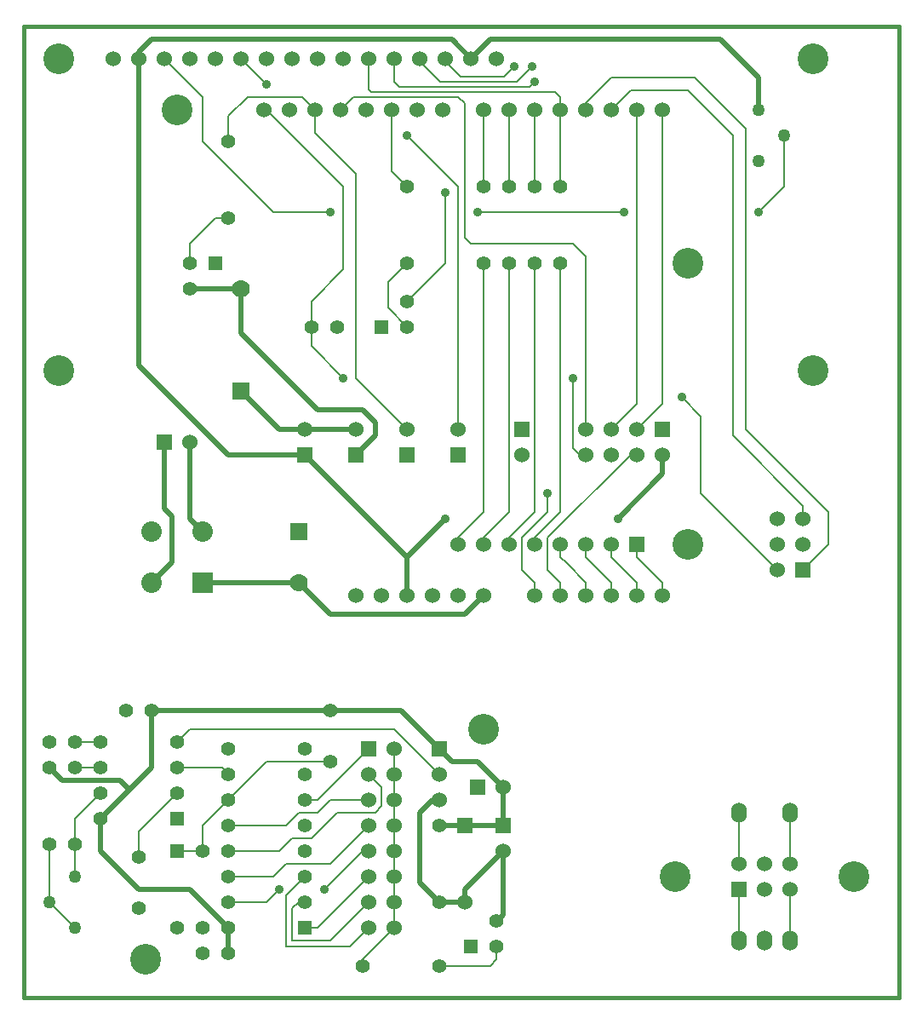
<source format=gbl>
G04 (created by PCBNEW-RS274X (2010-04-21 BZR 23xx)-stable) date Sun Nov 13 22:07:47 2011*
G01*
G70*
G90*
%MOIN*%
G04 Gerber Fmt 3.4, Leading zero omitted, Abs format*
%FSLAX34Y34*%
G04 APERTURE LIST*
%ADD10C,0.006000*%
%ADD11C,0.015000*%
%ADD12C,0.070000*%
%ADD13R,0.070000X0.070000*%
%ADD14R,0.060000X0.060000*%
%ADD15C,0.060000*%
%ADD16C,0.055000*%
%ADD17R,0.055000X0.055000*%
%ADD18O,0.060000X0.080000*%
%ADD19C,0.120000*%
%ADD20C,0.080000*%
%ADD21C,0.050000*%
%ADD22C,0.035000*%
%ADD23C,0.008000*%
%ADD24C,0.020000*%
G04 APERTURE END LIST*
G54D10*
G54D11*
X74250Y-58000D02*
X74250Y-20000D01*
X40000Y-58000D02*
X74250Y-58000D01*
X40000Y-54000D02*
X40000Y-58000D01*
X40000Y-20000D02*
X42250Y-20000D01*
X40000Y-54000D02*
X40000Y-20000D01*
X42250Y-20000D02*
X74250Y-20000D01*
G54D12*
X48500Y-30250D03*
G54D13*
X48500Y-34250D03*
G54D14*
X57000Y-36750D03*
G54D15*
X57000Y-35750D03*
G54D14*
X53000Y-36750D03*
G54D15*
X53000Y-35750D03*
G54D14*
X51000Y-36750D03*
G54D15*
X51000Y-35750D03*
G54D14*
X55000Y-36750D03*
G54D15*
X55000Y-35750D03*
G54D14*
X65000Y-35750D03*
G54D15*
X65000Y-36750D03*
X64000Y-35750D03*
X64000Y-36750D03*
X63000Y-35750D03*
X63000Y-36750D03*
X62000Y-35750D03*
X62000Y-36750D03*
G54D16*
X55000Y-29250D03*
X55000Y-26250D03*
X48000Y-27500D03*
X48000Y-24500D03*
X58000Y-29250D03*
X58000Y-26250D03*
X59000Y-29250D03*
X59000Y-26250D03*
X60000Y-29250D03*
X60000Y-26250D03*
X61000Y-29250D03*
X61000Y-26250D03*
G54D17*
X54000Y-31750D03*
G54D16*
X55000Y-31750D03*
X55000Y-30750D03*
G54D17*
X47500Y-29250D03*
G54D16*
X46500Y-29250D03*
X46500Y-30250D03*
X52250Y-31750D03*
X51250Y-31750D03*
G54D14*
X45500Y-36250D03*
G54D15*
X46500Y-36250D03*
G54D13*
X50750Y-39750D03*
G54D12*
X50750Y-41750D03*
G54D14*
X70500Y-41250D03*
G54D15*
X69500Y-41250D03*
X70500Y-40250D03*
X69500Y-40250D03*
X70500Y-39250D03*
X69500Y-39250D03*
G54D14*
X68000Y-53750D03*
G54D15*
X68000Y-52750D03*
X69000Y-53750D03*
X69000Y-52750D03*
X70000Y-53750D03*
X70000Y-52750D03*
G54D18*
X68000Y-55750D03*
X69000Y-55750D03*
X70000Y-55750D03*
X68000Y-50750D03*
X70000Y-50750D03*
G54D19*
X72500Y-53250D03*
X65500Y-53250D03*
G54D20*
X45000Y-39750D03*
X45000Y-41750D03*
G54D10*
G36*
X46600Y-42150D02*
X46600Y-41350D01*
X47400Y-41350D01*
X47400Y-42150D01*
X46600Y-42150D01*
X46600Y-42150D01*
G37*
G54D20*
X47000Y-39750D03*
G54D15*
X65000Y-23250D03*
X64000Y-23250D03*
X63000Y-23250D03*
X62000Y-23250D03*
X61000Y-23250D03*
X60000Y-23250D03*
X59000Y-23250D03*
X58000Y-23250D03*
X56400Y-23250D03*
X55400Y-23250D03*
X54400Y-23250D03*
X53400Y-23250D03*
X52400Y-23250D03*
X51400Y-23250D03*
X50400Y-23250D03*
X49400Y-23250D03*
X53000Y-42250D03*
X54000Y-42250D03*
X55000Y-42250D03*
X56000Y-42250D03*
X57000Y-42250D03*
X58000Y-42250D03*
X60000Y-42250D03*
X61000Y-42250D03*
X62000Y-42250D03*
X63000Y-42250D03*
X64000Y-42250D03*
X65000Y-42250D03*
G54D19*
X46000Y-23250D03*
X66000Y-40250D03*
X66000Y-29250D03*
G54D14*
X64000Y-40250D03*
G54D15*
X63000Y-40250D03*
X62000Y-40250D03*
X61000Y-40250D03*
X60000Y-40250D03*
X59000Y-40250D03*
X58000Y-40250D03*
X57000Y-40250D03*
G54D21*
X68750Y-23250D03*
X69750Y-24250D03*
X68750Y-25250D03*
G54D15*
X43500Y-21250D03*
X44500Y-21250D03*
X45500Y-21250D03*
X46500Y-21250D03*
X47500Y-21250D03*
X48500Y-21250D03*
X49500Y-21250D03*
X50500Y-21250D03*
X51500Y-21250D03*
X52500Y-21250D03*
X53500Y-21250D03*
X54500Y-21250D03*
X55500Y-21250D03*
X56500Y-21250D03*
X57500Y-21250D03*
X58500Y-21250D03*
G54D19*
X41350Y-21250D03*
X70900Y-21250D03*
X70900Y-33450D03*
X41350Y-33450D03*
G54D14*
X59500Y-35750D03*
G54D15*
X59500Y-36750D03*
G54D16*
X41000Y-48000D03*
X42000Y-48000D03*
X52000Y-46750D03*
X52000Y-48750D03*
X44500Y-52500D03*
X44500Y-54500D03*
G54D14*
X57250Y-51250D03*
G54D15*
X57250Y-54250D03*
G54D17*
X46000Y-52250D03*
G54D16*
X46000Y-55250D03*
G54D17*
X51000Y-55250D03*
G54D16*
X51000Y-54250D03*
X51000Y-53250D03*
X51000Y-52250D03*
X51000Y-51250D03*
X51000Y-50250D03*
X51000Y-49250D03*
X51000Y-48250D03*
X48000Y-48250D03*
X48000Y-49250D03*
X48000Y-50250D03*
X48000Y-51250D03*
X48000Y-52250D03*
X48000Y-53250D03*
X48000Y-54250D03*
X48000Y-55250D03*
G54D17*
X46000Y-51000D03*
G54D16*
X46000Y-50000D03*
X46000Y-49000D03*
X46000Y-48000D03*
X43000Y-48000D03*
X43000Y-49000D03*
X43000Y-50000D03*
X43000Y-51000D03*
G54D14*
X58750Y-51250D03*
G54D15*
X58750Y-52250D03*
G54D14*
X53500Y-48250D03*
G54D15*
X54500Y-48250D03*
X53500Y-49250D03*
X54500Y-49250D03*
X53500Y-50250D03*
X54500Y-50250D03*
X53500Y-51250D03*
X54500Y-51250D03*
X53500Y-52250D03*
X54500Y-52250D03*
X53500Y-53250D03*
X54500Y-53250D03*
X53500Y-54250D03*
X54500Y-54250D03*
X53500Y-55250D03*
X54500Y-55250D03*
G54D21*
X42000Y-55250D03*
X41000Y-54250D03*
X42000Y-53250D03*
G54D16*
X47000Y-52250D03*
X47000Y-55250D03*
X56250Y-56750D03*
X53250Y-56750D03*
X56250Y-51250D03*
X56250Y-54250D03*
X42000Y-49000D03*
X42000Y-52000D03*
X41000Y-49000D03*
X41000Y-52000D03*
G54D17*
X57500Y-56000D03*
G54D16*
X58500Y-56000D03*
X58500Y-55000D03*
G54D14*
X57750Y-49750D03*
G54D15*
X58750Y-49750D03*
G54D14*
X56250Y-48250D03*
G54D15*
X56250Y-49250D03*
X56250Y-50250D03*
G54D19*
X58000Y-47500D03*
X44750Y-56500D03*
G54D16*
X48000Y-56250D03*
X47000Y-56250D03*
X45000Y-46750D03*
X44000Y-46750D03*
G54D22*
X60500Y-38250D03*
X61500Y-33750D03*
X52500Y-33750D03*
X65750Y-34500D03*
X59200Y-21550D03*
X59900Y-21550D03*
X49500Y-22250D03*
X51750Y-53750D03*
X50000Y-53750D03*
X63500Y-27250D03*
X68750Y-27250D03*
X57750Y-27250D03*
X52000Y-27250D03*
X56500Y-26500D03*
X55000Y-24250D03*
X56400Y-23250D03*
X60000Y-22150D03*
X63250Y-39250D03*
X56500Y-39250D03*
G54D23*
X60000Y-42250D02*
X60000Y-41750D01*
X60500Y-39000D02*
X60500Y-38250D01*
X59500Y-40000D02*
X60500Y-39000D01*
X59500Y-41250D02*
X59500Y-40000D01*
X60000Y-41750D02*
X59500Y-41250D01*
X61000Y-42250D02*
X61000Y-41750D01*
X63750Y-36750D02*
X64000Y-36750D01*
X60500Y-40000D02*
X63750Y-36750D01*
X60500Y-41250D02*
X60500Y-40000D01*
X61000Y-41750D02*
X60500Y-41250D01*
G54D24*
X46500Y-36250D02*
X46500Y-39250D01*
X46500Y-39250D02*
X47000Y-39750D01*
X45500Y-36250D02*
X45500Y-38850D01*
X45800Y-40950D02*
X45000Y-41750D01*
X45800Y-39150D02*
X45800Y-40950D01*
X45500Y-38850D02*
X45800Y-39150D01*
G54D23*
X51250Y-31750D02*
X51250Y-30750D01*
X49500Y-23250D02*
X49400Y-23250D01*
X52500Y-26250D02*
X49500Y-23250D01*
X52500Y-29500D02*
X52500Y-26250D01*
X51250Y-30750D02*
X52500Y-29500D01*
X51250Y-31750D02*
X51250Y-32500D01*
X61750Y-36750D02*
X62000Y-36750D01*
X61500Y-36500D02*
X61750Y-36750D01*
X61500Y-33750D02*
X61500Y-36500D01*
X51250Y-32500D02*
X52500Y-33750D01*
X64000Y-35750D02*
X65000Y-34750D01*
X65000Y-34750D02*
X65000Y-23250D01*
X64000Y-34750D02*
X63000Y-35750D01*
X64000Y-23250D02*
X64000Y-34750D01*
X62000Y-35750D02*
X62000Y-29000D01*
X52900Y-22750D02*
X52400Y-23250D01*
X57000Y-22750D02*
X52900Y-22750D01*
X57250Y-23000D02*
X57000Y-22750D01*
X57250Y-28250D02*
X57250Y-23000D01*
X57500Y-28500D02*
X57250Y-28250D01*
X61500Y-28500D02*
X57500Y-28500D01*
X62000Y-29000D02*
X61500Y-28500D01*
X69500Y-41250D02*
X66500Y-38250D01*
X66500Y-35250D02*
X65750Y-34500D01*
X66500Y-38250D02*
X66500Y-35250D01*
X70500Y-39250D02*
X70500Y-38750D01*
X63750Y-22500D02*
X63000Y-23250D01*
X66000Y-22500D02*
X63750Y-22500D01*
X67750Y-24250D02*
X66000Y-22500D01*
X67750Y-36000D02*
X67750Y-24250D01*
X70500Y-38750D02*
X67750Y-36000D01*
X62000Y-23250D02*
X62000Y-23000D01*
X71500Y-40250D02*
X70500Y-41250D01*
X71500Y-39000D02*
X71500Y-40250D01*
X68250Y-35750D02*
X71500Y-39000D01*
X68250Y-24000D02*
X68250Y-35750D01*
X66250Y-22000D02*
X68250Y-24000D01*
X63000Y-22000D02*
X66250Y-22000D01*
X62000Y-23000D02*
X63000Y-22000D01*
G54D24*
X57250Y-54250D02*
X57250Y-53750D01*
X57250Y-53750D02*
X58750Y-52250D01*
X56250Y-54250D02*
X55500Y-53500D01*
X56000Y-50250D02*
X56250Y-50250D01*
X55500Y-50750D02*
X56000Y-50250D01*
X55500Y-53500D02*
X55500Y-50750D01*
X56250Y-54250D02*
X57250Y-54250D01*
X58500Y-55000D02*
X58750Y-54750D01*
X58750Y-54750D02*
X58750Y-52250D01*
X53000Y-35750D02*
X51000Y-35750D01*
X51000Y-35750D02*
X50000Y-35750D01*
X50000Y-35750D02*
X48500Y-34250D01*
X46500Y-30250D02*
X47000Y-30250D01*
X47000Y-30250D02*
X48500Y-30250D01*
X48500Y-30250D02*
X48500Y-32000D01*
X53750Y-36000D02*
X53000Y-36750D01*
X53750Y-35500D02*
X53750Y-36000D01*
X53250Y-35000D02*
X53750Y-35500D01*
X51500Y-35000D02*
X53250Y-35000D01*
X48500Y-32000D02*
X51500Y-35000D01*
X44125Y-49875D02*
X45000Y-49000D01*
X45000Y-49000D02*
X45000Y-46750D01*
X45000Y-46750D02*
X52000Y-46750D01*
X41000Y-49000D02*
X41500Y-49500D01*
X43750Y-49500D02*
X44125Y-49875D01*
X41500Y-49500D02*
X43750Y-49500D01*
X43000Y-51000D02*
X44125Y-49875D01*
X48000Y-56250D02*
X48000Y-55250D01*
X48000Y-55250D02*
X46500Y-53750D01*
X43000Y-52250D02*
X43000Y-51000D01*
X44500Y-53750D02*
X43000Y-52250D01*
X46500Y-53750D02*
X44500Y-53750D01*
X58750Y-51250D02*
X58750Y-49750D01*
X58750Y-49750D02*
X57750Y-48750D01*
X56750Y-48750D02*
X56250Y-48250D01*
X57750Y-48750D02*
X56750Y-48750D01*
X56250Y-48250D02*
X54750Y-46750D01*
X54750Y-46750D02*
X52000Y-46750D01*
X56250Y-51250D02*
X57250Y-51250D01*
X57250Y-51250D02*
X58750Y-51250D01*
X47000Y-41750D02*
X50750Y-41750D01*
X50750Y-41750D02*
X52000Y-43000D01*
X52000Y-43000D02*
X57250Y-43000D01*
X57250Y-43000D02*
X58000Y-42250D01*
G54D23*
X53250Y-56750D02*
X53250Y-56500D01*
X53250Y-56500D02*
X54500Y-55250D01*
X54500Y-55250D02*
X54500Y-53250D01*
X54500Y-53250D02*
X54500Y-52250D01*
X54500Y-52250D02*
X54500Y-51250D01*
X54500Y-51250D02*
X54500Y-50250D01*
X54500Y-50250D02*
X54500Y-49250D01*
X54500Y-49250D02*
X54500Y-48250D01*
X56500Y-21250D02*
X56500Y-21350D01*
X58800Y-21950D02*
X59200Y-21550D01*
X57100Y-21950D02*
X58800Y-21950D01*
X56500Y-21350D02*
X57100Y-21950D01*
X58000Y-23250D02*
X58000Y-26250D01*
X56250Y-56750D02*
X58250Y-56750D01*
X58500Y-56500D02*
X58500Y-56000D01*
X58250Y-56750D02*
X58500Y-56500D01*
X59000Y-22150D02*
X59300Y-22150D01*
X55500Y-21350D02*
X56300Y-22150D01*
X56300Y-22150D02*
X59000Y-22150D01*
X55500Y-21250D02*
X55500Y-21350D01*
X59300Y-22150D02*
X59900Y-21550D01*
X59000Y-23250D02*
X59000Y-26250D01*
X46000Y-48000D02*
X46500Y-47500D01*
X54500Y-47500D02*
X56250Y-49250D01*
X46500Y-47500D02*
X54500Y-47500D01*
X68000Y-50750D02*
X68000Y-52750D01*
X51000Y-55250D02*
X51500Y-55250D01*
X51500Y-55250D02*
X53500Y-53250D01*
X51000Y-54250D02*
X50750Y-54250D01*
X52000Y-55750D02*
X53500Y-54250D01*
X50500Y-55750D02*
X52000Y-55750D01*
X50500Y-54500D02*
X50500Y-55750D01*
X50750Y-54250D02*
X50500Y-54500D01*
X70000Y-50750D02*
X70000Y-52750D01*
X51000Y-53250D02*
X50250Y-54000D01*
X52750Y-56000D02*
X53500Y-55250D01*
X52250Y-56000D02*
X52750Y-56000D01*
X50250Y-56000D02*
X52250Y-56000D01*
X50250Y-55750D02*
X50250Y-56000D01*
X50250Y-54000D02*
X50250Y-55750D01*
X70000Y-53750D02*
X70000Y-55750D01*
X68000Y-53750D02*
X68000Y-55750D01*
X51000Y-50250D02*
X51500Y-50250D01*
X51500Y-50250D02*
X53500Y-48250D01*
X47000Y-52250D02*
X47000Y-51250D01*
X47000Y-51250D02*
X48000Y-50250D01*
X48000Y-50250D02*
X49500Y-48750D01*
X51500Y-48750D02*
X52000Y-48750D01*
X49500Y-48750D02*
X51500Y-48750D01*
X46000Y-52250D02*
X47000Y-52250D01*
X48000Y-51250D02*
X50250Y-51250D01*
X52000Y-50250D02*
X53500Y-50250D01*
X51500Y-50750D02*
X52000Y-50250D01*
X50750Y-50750D02*
X51500Y-50750D01*
X50250Y-51250D02*
X50750Y-50750D01*
X48000Y-52250D02*
X50000Y-52250D01*
X54000Y-49750D02*
X53500Y-49250D01*
X54000Y-50500D02*
X54000Y-49750D01*
X53750Y-50750D02*
X54000Y-50500D01*
X52250Y-50750D02*
X53750Y-50750D01*
X51250Y-51750D02*
X52250Y-50750D01*
X50500Y-51750D02*
X51250Y-51750D01*
X50000Y-52250D02*
X50500Y-51750D01*
X49500Y-22250D02*
X48500Y-21250D01*
X48000Y-53250D02*
X49750Y-53250D01*
X52000Y-52750D02*
X53500Y-51250D01*
X50250Y-52750D02*
X52000Y-52750D01*
X49750Y-53250D02*
X50250Y-52750D01*
X48000Y-54250D02*
X49500Y-54250D01*
X53250Y-52250D02*
X53500Y-52250D01*
X51750Y-53750D02*
X53250Y-52250D01*
X49500Y-54250D02*
X50000Y-53750D01*
X64000Y-42250D02*
X64000Y-41750D01*
X63000Y-40750D02*
X63000Y-40250D01*
X64000Y-41750D02*
X63000Y-40750D01*
X43000Y-49000D02*
X42000Y-49000D01*
X46000Y-50000D02*
X44500Y-51500D01*
X44500Y-51500D02*
X44500Y-52500D01*
X42000Y-55250D02*
X41000Y-54250D01*
X41000Y-54250D02*
X41000Y-52000D01*
X47750Y-25250D02*
X49750Y-27250D01*
X68750Y-27250D02*
X69750Y-26250D01*
X69750Y-24250D02*
X69750Y-26000D01*
X69750Y-26250D02*
X69750Y-26000D01*
X47750Y-25250D02*
X47000Y-24500D01*
X47000Y-24500D02*
X47000Y-22750D01*
X47000Y-22750D02*
X45500Y-21250D01*
X63500Y-27250D02*
X57750Y-27250D01*
X49750Y-27250D02*
X52000Y-27250D01*
X42000Y-53250D02*
X42000Y-52000D01*
X42000Y-52000D02*
X42000Y-51000D01*
X42000Y-51000D02*
X43000Y-50000D01*
X55000Y-29250D02*
X54250Y-30000D01*
X54250Y-31000D02*
X55000Y-31750D01*
X54250Y-30000D02*
X54250Y-31000D01*
X46000Y-49000D02*
X47750Y-49000D01*
X47750Y-49000D02*
X48000Y-49250D01*
X48000Y-27500D02*
X47500Y-27500D01*
X46500Y-28500D02*
X47500Y-27500D01*
X46500Y-28500D02*
X46500Y-29250D01*
X43000Y-48000D02*
X42000Y-48000D01*
X55000Y-30750D02*
X56500Y-29250D01*
X56500Y-29250D02*
X56500Y-26500D01*
X58000Y-29250D02*
X58000Y-39000D01*
X57000Y-40000D02*
X57000Y-40250D01*
X58000Y-39000D02*
X57000Y-40000D01*
X58000Y-40250D02*
X58000Y-40000D01*
X59000Y-39000D02*
X59000Y-29250D01*
X58000Y-40000D02*
X59000Y-39000D01*
X60000Y-29250D02*
X60000Y-39000D01*
X59000Y-40000D02*
X59000Y-40250D01*
X60000Y-39000D02*
X59000Y-40000D01*
X60000Y-40250D02*
X60000Y-40000D01*
X61000Y-39000D02*
X61000Y-29250D01*
X60000Y-40000D02*
X61000Y-39000D01*
X53500Y-21250D02*
X53500Y-22450D01*
X61000Y-22750D02*
X61000Y-23250D01*
X60800Y-22550D02*
X61000Y-22750D01*
X53600Y-22550D02*
X60800Y-22550D01*
X53500Y-22450D02*
X53600Y-22550D01*
X61000Y-23250D02*
X61000Y-26250D01*
X57000Y-35750D02*
X57000Y-26250D01*
X57000Y-26250D02*
X55000Y-24250D01*
X54400Y-25650D02*
X55000Y-26250D01*
X54400Y-23250D02*
X54400Y-25650D01*
X65000Y-42250D02*
X65000Y-41750D01*
X64000Y-40750D02*
X64000Y-40250D01*
X65000Y-41750D02*
X64000Y-40750D01*
X63000Y-42250D02*
X63000Y-41750D01*
X62000Y-40750D02*
X62000Y-40250D01*
X63000Y-41750D02*
X62000Y-40750D01*
X62000Y-42250D02*
X62000Y-41750D01*
X61000Y-40750D02*
X61000Y-40250D01*
X61250Y-41000D02*
X61000Y-40750D01*
X62000Y-41750D02*
X61250Y-41000D01*
X54500Y-21250D02*
X54500Y-22150D01*
X59800Y-22350D02*
X60000Y-22150D01*
X54700Y-22350D02*
X59800Y-22350D01*
X54500Y-22150D02*
X54700Y-22350D01*
X60000Y-23250D02*
X60000Y-26250D01*
X48000Y-24500D02*
X48000Y-23500D01*
X50900Y-22750D02*
X51400Y-23250D01*
X48750Y-22750D02*
X50900Y-22750D01*
X48000Y-23500D02*
X48750Y-22750D01*
X51400Y-23250D02*
X51400Y-24150D01*
X51400Y-24150D02*
X53000Y-25750D01*
X53000Y-25750D02*
X53000Y-33750D01*
X53000Y-33750D02*
X55000Y-35750D01*
G54D24*
X68750Y-23250D02*
X68750Y-22000D01*
X58250Y-20500D02*
X57500Y-21250D01*
X67250Y-20500D02*
X58250Y-20500D01*
X68750Y-22000D02*
X67250Y-20500D01*
X55000Y-40750D02*
X56500Y-39250D01*
X65000Y-37500D02*
X65000Y-36750D01*
X63250Y-39250D02*
X65000Y-37500D01*
X56500Y-39250D02*
X56500Y-39250D01*
X44500Y-21250D02*
X44500Y-21000D01*
X56750Y-20500D02*
X57500Y-21250D01*
X45000Y-20500D02*
X56750Y-20500D01*
X44500Y-21000D02*
X45000Y-20500D01*
X51000Y-36750D02*
X48000Y-36750D01*
X44500Y-33250D02*
X44500Y-29500D01*
X44500Y-29500D02*
X44500Y-25000D01*
X44500Y-25000D02*
X44500Y-24500D01*
X44500Y-24500D02*
X44500Y-21250D01*
X48000Y-36750D02*
X44500Y-33250D01*
X55000Y-42250D02*
X55000Y-40750D01*
X55000Y-40750D02*
X51000Y-36750D01*
M02*

</source>
